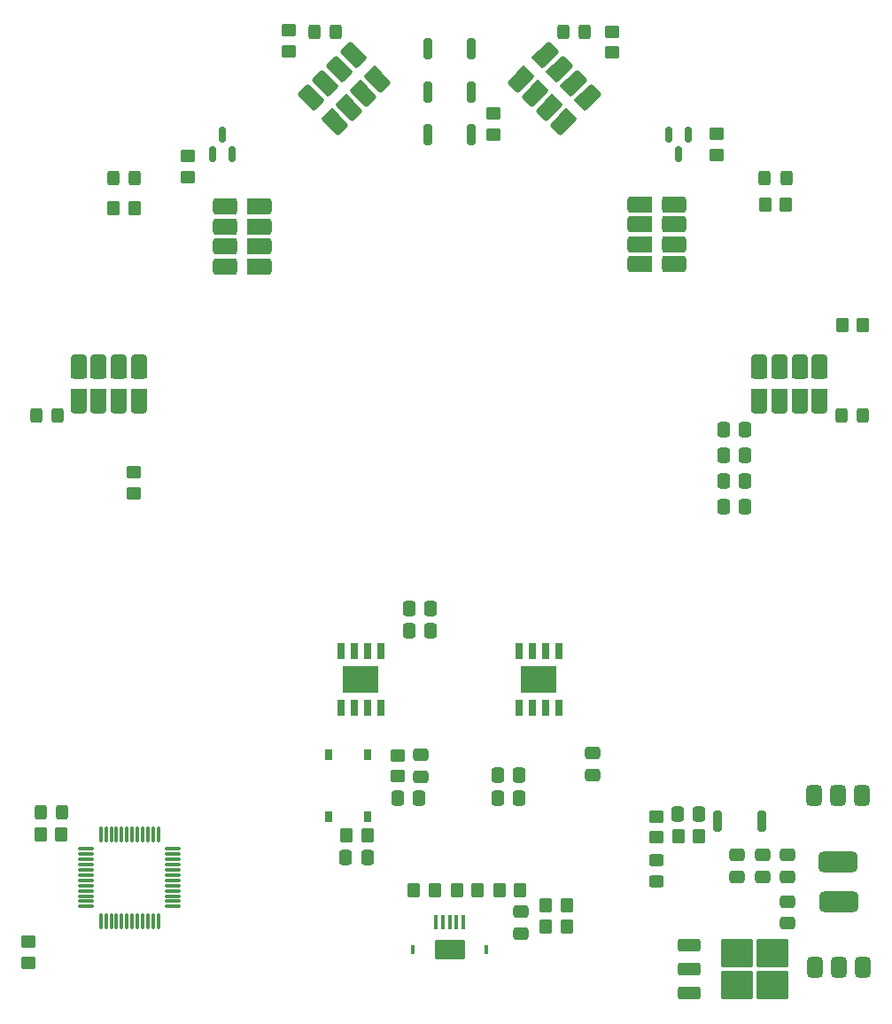
<source format=gbr>
%TF.GenerationSoftware,KiCad,Pcbnew,9.0.5*%
%TF.CreationDate,2025-10-14T17:43:45-03:00*%
%TF.ProjectId,RvMeg_V2,52764d65-675f-4563-922e-6b696361645f,V2.0*%
%TF.SameCoordinates,Original*%
%TF.FileFunction,Paste,Top*%
%TF.FilePolarity,Positive*%
%FSLAX46Y46*%
G04 Gerber Fmt 4.6, Leading zero omitted, Abs format (unit mm)*
G04 Created by KiCad (PCBNEW 9.0.5) date 2025-10-14 17:43:45*
%MOMM*%
%LPD*%
G01*
G04 APERTURE LIST*
G04 Aperture macros list*
%AMRoundRect*
0 Rectangle with rounded corners*
0 $1 Rounding radius*
0 $2 $3 $4 $5 $6 $7 $8 $9 X,Y pos of 4 corners*
0 Add a 4 corners polygon primitive as box body*
4,1,4,$2,$3,$4,$5,$6,$7,$8,$9,$2,$3,0*
0 Add four circle primitives for the rounded corners*
1,1,$1+$1,$2,$3*
1,1,$1+$1,$4,$5*
1,1,$1+$1,$6,$7*
1,1,$1+$1,$8,$9*
0 Add four rect primitives between the rounded corners*
20,1,$1+$1,$2,$3,$4,$5,0*
20,1,$1+$1,$4,$5,$6,$7,0*
20,1,$1+$1,$6,$7,$8,$9,0*
20,1,$1+$1,$8,$9,$2,$3,0*%
%AMRotRect*
0 Rectangle, with rotation*
0 The origin of the aperture is its center*
0 $1 length*
0 $2 width*
0 $3 Rotation angle, in degrees counterclockwise*
0 Add horizontal line*
21,1,$1,$2,0,0,$3*%
G04 Aperture macros list end*
%ADD10RoundRect,0.250000X-1.200000X-0.700000X1.200000X-0.700000X1.200000X0.700000X-1.200000X0.700000X0*%
%ADD11RoundRect,0.100000X-0.100000X-0.575000X0.100000X-0.575000X0.100000X0.575000X-0.100000X0.575000X0*%
%ADD12R,0.300000X0.850000*%
%ADD13R,0.750000X1.000000*%
%ADD14RoundRect,0.200000X0.200000X0.800000X-0.200000X0.800000X-0.200000X-0.800000X0.200000X-0.800000X0*%
%ADD15RoundRect,0.150000X0.150000X-0.587500X0.150000X0.587500X-0.150000X0.587500X-0.150000X-0.587500X0*%
%ADD16RoundRect,0.250000X0.350000X0.450000X-0.350000X0.450000X-0.350000X-0.450000X0.350000X-0.450000X0*%
%ADD17RoundRect,0.250000X0.337500X0.475000X-0.337500X0.475000X-0.337500X-0.475000X0.337500X-0.475000X0*%
%ADD18RoundRect,0.250000X-0.337500X-0.475000X0.337500X-0.475000X0.337500X0.475000X-0.337500X0.475000X0*%
%ADD19RoundRect,0.250000X0.450000X-0.350000X0.450000X0.350000X-0.450000X0.350000X-0.450000X-0.350000X0*%
%ADD20RoundRect,0.250000X-0.325000X-0.450000X0.325000X-0.450000X0.325000X0.450000X-0.325000X0.450000X0*%
%ADD21RoundRect,0.250000X0.475000X-0.337500X0.475000X0.337500X-0.475000X0.337500X-0.475000X-0.337500X0*%
%ADD22R,0.700000X1.525000*%
%ADD23R,3.450000X2.560000*%
%ADD24RoundRect,0.250000X-0.450000X0.350000X-0.450000X-0.350000X0.450000X-0.350000X0.450000X0.350000X0*%
%ADD25RoundRect,0.250000X0.325000X0.450000X-0.325000X0.450000X-0.325000X-0.450000X0.325000X-0.450000X0*%
%ADD26R,1.000000X1.500000*%
%ADD27RoundRect,0.250000X-0.900000X-0.500000X0.900000X-0.500000X0.900000X0.500000X-0.900000X0.500000X0*%
%ADD28RoundRect,0.375000X0.375000X-0.625000X0.375000X0.625000X-0.375000X0.625000X-0.375000X-0.625000X0*%
%ADD29RoundRect,0.500000X1.400000X-0.500000X1.400000X0.500000X-1.400000X0.500000X-1.400000X-0.500000X0*%
%ADD30RoundRect,0.150000X-0.150000X0.587500X-0.150000X-0.587500X0.150000X-0.587500X0.150000X0.587500X0*%
%ADD31RoundRect,0.250000X-0.475000X0.337500X-0.475000X-0.337500X0.475000X-0.337500X0.475000X0.337500X0*%
%ADD32RoundRect,0.250000X0.450000X-0.325000X0.450000X0.325000X-0.450000X0.325000X-0.450000X-0.325000X0*%
%ADD33RoundRect,0.250000X-0.850000X-0.350000X0.850000X-0.350000X0.850000X0.350000X-0.850000X0.350000X0*%
%ADD34RoundRect,0.250000X-1.275000X-1.125000X1.275000X-1.125000X1.275000X1.125000X-1.275000X1.125000X0*%
%ADD35RoundRect,0.250000X0.900000X0.500000X-0.900000X0.500000X-0.900000X-0.500000X0.900000X-0.500000X0*%
%ADD36RoundRect,0.075000X-0.662500X-0.075000X0.662500X-0.075000X0.662500X0.075000X-0.662500X0.075000X0*%
%ADD37RoundRect,0.075000X-0.075000X-0.662500X0.075000X-0.662500X0.075000X0.662500X-0.075000X0.662500X0*%
%ADD38RotRect,1.000000X1.500000X315.000000*%
%ADD39RoundRect,0.250000X-0.989949X0.282843X0.282843X-0.989949X0.989949X-0.282843X-0.282843X0.989949X0*%
%ADD40R,1.500000X1.000000*%
%ADD41RoundRect,0.250000X-0.500000X0.900000X-0.500000X-0.900000X0.500000X-0.900000X0.500000X0.900000X0*%
%ADD42RoundRect,0.375000X-0.375000X0.625000X-0.375000X-0.625000X0.375000X-0.625000X0.375000X0.625000X0*%
%ADD43RoundRect,0.500000X-1.400000X0.500000X-1.400000X-0.500000X1.400000X-0.500000X1.400000X0.500000X0*%
%ADD44RotRect,1.000000X1.500000X225.000000*%
%ADD45RoundRect,0.250000X0.282843X0.989949X-0.989949X-0.282843X-0.282843X-0.989949X0.989949X0.282843X0*%
G04 APERTURE END LIST*
D10*
%TO.C,J1*%
X148395000Y-136675000D03*
D11*
X147095000Y-134000000D03*
X147745000Y-134000000D03*
X148395000Y-134000000D03*
X149045000Y-134000000D03*
X149695000Y-134000000D03*
D12*
X151895000Y-136675000D03*
X144895000Y-136675000D03*
%TD*%
D13*
%TO.C,RESET*%
X140550000Y-117975000D03*
X140550000Y-123975000D03*
X136800000Y-117975000D03*
X136800000Y-123975000D03*
%TD*%
D14*
%TO.C,START*%
X174000000Y-124350000D03*
X178200000Y-124350000D03*
%TD*%
D15*
%TO.C,Q2*%
X125737500Y-60637500D03*
X127637500Y-60637500D03*
X126687500Y-58762500D03*
%TD*%
D16*
%TO.C,R9*%
X151075000Y-130950000D03*
X149075000Y-130950000D03*
%TD*%
D17*
%TO.C,C10*%
X176637500Y-86950000D03*
X174562500Y-86950000D03*
%TD*%
D16*
%TO.C,R16*%
X172250000Y-125800000D03*
X170250000Y-125800000D03*
%TD*%
D18*
%TO.C,C15*%
X144512500Y-106200000D03*
X146587500Y-106200000D03*
%TD*%
D19*
%TO.C,R1*%
X143425000Y-120062500D03*
X143425000Y-118062500D03*
%TD*%
D16*
%TO.C,R7*%
X111300000Y-125650000D03*
X109300000Y-125650000D03*
%TD*%
D20*
%TO.C,D4*%
X116227846Y-62920268D03*
X118277846Y-62920268D03*
%TD*%
D18*
%TO.C,C26*%
X170175000Y-123650000D03*
X172250000Y-123650000D03*
%TD*%
D21*
%TO.C,C22*%
X155200000Y-135112500D03*
X155200000Y-133037500D03*
%TD*%
%TO.C,C1*%
X145600000Y-120125000D03*
X145600000Y-118050000D03*
%TD*%
D22*
%TO.C,U4*%
X137995000Y-113537000D03*
X139265000Y-113537000D03*
X140535000Y-113537000D03*
X141805000Y-113537000D03*
X141805000Y-108113000D03*
X140535000Y-108113000D03*
X139265000Y-108113000D03*
X137995000Y-108113000D03*
D23*
X139900000Y-110825000D03*
%TD*%
D18*
%TO.C,C9*%
X144512500Y-104050000D03*
X146587500Y-104050000D03*
%TD*%
D24*
%TO.C,R20*%
X133000000Y-48800000D03*
X133000000Y-50800000D03*
%TD*%
D17*
%TO.C,C2*%
X145487500Y-122187500D03*
X143412500Y-122187500D03*
%TD*%
D25*
%TO.C,D2*%
X111325000Y-123500000D03*
X109275000Y-123500000D03*
%TD*%
D26*
%TO.C,J4*%
X127539999Y-65624997D03*
D27*
X126889999Y-65624997D03*
X130209999Y-65624999D03*
D26*
X129559999Y-65624999D03*
X127539999Y-67541663D03*
D27*
X126889998Y-67541664D03*
X130209999Y-67541665D03*
D26*
X129560000Y-67541665D03*
X127539999Y-69458328D03*
D27*
X126890001Y-69458329D03*
X130209999Y-69458330D03*
D26*
X129560000Y-69458330D03*
X127539999Y-71374998D03*
D27*
X126890000Y-71374998D03*
X130209998Y-71374999D03*
D26*
X129560000Y-71375000D03*
%TD*%
D22*
%TO.C,U5*%
X154995000Y-113537000D03*
X156265000Y-113537000D03*
X157535000Y-113537000D03*
X158805000Y-113537000D03*
X158805000Y-108113000D03*
X157535000Y-108113000D03*
X156265000Y-108113000D03*
X154995000Y-108113000D03*
D23*
X156900000Y-110825000D03*
%TD*%
D20*
%TO.C,D8*%
X185875000Y-85550000D03*
X187925000Y-85550000D03*
%TD*%
D21*
%TO.C,C5*%
X162050000Y-119925000D03*
X162050000Y-117850000D03*
%TD*%
D28*
%TO.C,U2*%
X183275000Y-138375000D03*
X185575000Y-138375000D03*
D29*
X185575000Y-132075000D03*
D28*
X187875000Y-138375000D03*
%TD*%
D17*
%TO.C,C12*%
X176637500Y-89416667D03*
X174562500Y-89416667D03*
%TD*%
D24*
%TO.C,R18*%
X118200000Y-91000000D03*
X118200000Y-93000000D03*
%TD*%
D21*
%TO.C,C16*%
X180700000Y-129687500D03*
X180700000Y-127612500D03*
%TD*%
D20*
%TO.C,D6*%
X159272155Y-48934324D03*
X161322155Y-48934324D03*
%TD*%
D21*
%TO.C,C14*%
X175900000Y-129687500D03*
X175900000Y-127612500D03*
%TD*%
D30*
%TO.C,Q3*%
X171237500Y-58762500D03*
X169337500Y-58762500D03*
X170287500Y-60637500D03*
%TD*%
D31*
%TO.C,C13*%
X180700000Y-132062500D03*
X180700000Y-134137500D03*
%TD*%
D32*
%TO.C,D1*%
X168150000Y-130125000D03*
X168150000Y-128075000D03*
%TD*%
D33*
%TO.C,Q1*%
X171250000Y-136242500D03*
X171250000Y-138522500D03*
D34*
X175875000Y-136997500D03*
X175875000Y-140047500D03*
X179225000Y-136997500D03*
X179225000Y-140047500D03*
D33*
X171250000Y-140802500D03*
%TD*%
D24*
%TO.C,R2*%
X108150000Y-135900000D03*
X108150000Y-137900000D03*
%TD*%
D26*
%TO.C,J9*%
X169235000Y-71150002D03*
D35*
X169885000Y-71150002D03*
X166565000Y-71150000D03*
D26*
X167215000Y-71150000D03*
X169235000Y-69233336D03*
D35*
X169885001Y-69233335D03*
X166565000Y-69233334D03*
D26*
X167214999Y-69233334D03*
X169235000Y-67316671D03*
D35*
X169884998Y-67316670D03*
X166565000Y-67316669D03*
D26*
X167214999Y-67316669D03*
X169235000Y-65400001D03*
D35*
X169884999Y-65400001D03*
X166565001Y-65400000D03*
D26*
X167214999Y-65399999D03*
%TD*%
D16*
%TO.C,R5*%
X159575000Y-134400000D03*
X157575000Y-134400000D03*
%TD*%
D20*
%TO.C,D3*%
X108875000Y-85552500D03*
X110925000Y-85552500D03*
%TD*%
D24*
%TO.C,R22*%
X163900000Y-48900000D03*
X163900000Y-50900000D03*
%TD*%
%TO.C,R4*%
X168150000Y-123900000D03*
X168150000Y-125900000D03*
%TD*%
D17*
%TO.C,C23*%
X155062500Y-120000000D03*
X152987500Y-120000000D03*
%TD*%
D14*
%TO.C,B3*%
X150500000Y-50550000D03*
X146300000Y-50550000D03*
%TD*%
D16*
%TO.C,R23*%
X180550000Y-65400000D03*
X178550000Y-65400000D03*
%TD*%
%TO.C,R8*%
X147000000Y-130950000D03*
X145000000Y-130950000D03*
%TD*%
D36*
%TO.C,U1*%
X113637500Y-127025000D03*
X113637500Y-127525000D03*
X113637500Y-128025000D03*
X113637500Y-128525000D03*
X113637500Y-129025000D03*
X113637500Y-129525000D03*
X113637500Y-130025000D03*
X113637500Y-130525000D03*
X113637500Y-131025000D03*
X113637500Y-131525000D03*
X113637500Y-132025000D03*
X113637500Y-132525000D03*
D37*
X115050000Y-133937500D03*
X115550000Y-133937500D03*
X116050000Y-133937500D03*
X116550000Y-133937500D03*
X117050000Y-133937500D03*
X117550000Y-133937500D03*
X118050000Y-133937500D03*
X118550000Y-133937500D03*
X119050000Y-133937500D03*
X119550000Y-133937500D03*
X120050000Y-133937500D03*
X120550000Y-133937500D03*
D36*
X121962500Y-132525000D03*
X121962500Y-132025000D03*
X121962500Y-131525000D03*
X121962500Y-131025000D03*
X121962500Y-130525000D03*
X121962500Y-130025000D03*
X121962500Y-129525000D03*
X121962500Y-129025000D03*
X121962500Y-128525000D03*
X121962500Y-128025000D03*
X121962500Y-127525000D03*
X121962500Y-127025000D03*
D37*
X120550000Y-125612500D03*
X120050000Y-125612500D03*
X119550000Y-125612500D03*
X119050000Y-125612500D03*
X118550000Y-125612500D03*
X118050000Y-125612500D03*
X117550000Y-125612500D03*
X117050000Y-125612500D03*
X116550000Y-125612500D03*
X116050000Y-125612500D03*
X115550000Y-125612500D03*
X115050000Y-125612500D03*
%TD*%
D38*
%TO.C,J6*%
X139630367Y-51591276D03*
D39*
X139170748Y-51131656D03*
X141518341Y-53479252D03*
D38*
X141058721Y-53019633D03*
X138275080Y-52946563D03*
D39*
X137815459Y-52486944D03*
X140163053Y-54834540D03*
D38*
X139703435Y-54374921D03*
X136919793Y-54301850D03*
D39*
X136460174Y-53842233D03*
X138807767Y-56189827D03*
D38*
X138348148Y-55730208D03*
X135564503Y-55657140D03*
D39*
X135104884Y-55197522D03*
X137452476Y-57545115D03*
D38*
X136992858Y-57085498D03*
%TD*%
D18*
%TO.C,C3*%
X138462500Y-127850000D03*
X140537500Y-127850000D03*
%TD*%
D40*
%TO.C,J8*%
X183750002Y-81565001D03*
D41*
X183750002Y-80915001D03*
X183750000Y-84235001D03*
D40*
X183750000Y-83585001D03*
X181833336Y-81565001D03*
D41*
X181833335Y-80915000D03*
X181833334Y-84235001D03*
D40*
X181833334Y-83585002D03*
X179916671Y-81565001D03*
D41*
X179916670Y-80915003D03*
X179916669Y-84235001D03*
D40*
X179916669Y-83585002D03*
X178000001Y-81565001D03*
D41*
X178000001Y-80915002D03*
X178000000Y-84235000D03*
D40*
X177999999Y-83585002D03*
%TD*%
D16*
%TO.C,R6*%
X159575000Y-132375000D03*
X157575000Y-132375000D03*
%TD*%
D19*
%TO.C,R21*%
X173950000Y-60700000D03*
X173950000Y-58700000D03*
%TD*%
D20*
%TO.C,D7*%
X178522155Y-62920268D03*
X180572155Y-62920268D03*
%TD*%
D17*
%TO.C,C24*%
X155062500Y-122175000D03*
X152987500Y-122175000D03*
%TD*%
D16*
%TO.C,R3*%
X140525000Y-125750000D03*
X138525000Y-125750000D03*
%TD*%
%TO.C,R19*%
X118250000Y-65800000D03*
X116250000Y-65800000D03*
%TD*%
D25*
%TO.C,D5*%
X137527846Y-48934324D03*
X135477846Y-48934324D03*
%TD*%
D14*
%TO.C,B1*%
X150500000Y-58750000D03*
X146300000Y-58750000D03*
%TD*%
D19*
%TO.C,R17*%
X123350000Y-62800000D03*
X123350000Y-60800000D03*
%TD*%
D17*
%TO.C,C11*%
X176637500Y-94350000D03*
X174562500Y-94350000D03*
%TD*%
%TO.C,C7*%
X176637500Y-91883333D03*
X174562500Y-91883333D03*
%TD*%
D14*
%TO.C,B2*%
X150500000Y-54650000D03*
X146300000Y-54650000D03*
%TD*%
D16*
%TO.C,R10*%
X155150000Y-130950000D03*
X153150000Y-130950000D03*
%TD*%
D42*
%TO.C,U3*%
X187800000Y-121925000D03*
X185500000Y-121925000D03*
D43*
X185500000Y-128225000D03*
D42*
X183200000Y-121925000D03*
%TD*%
D44*
%TO.C,J7*%
X161158645Y-55657139D03*
D45*
X161618265Y-55197520D03*
X159270669Y-57545113D03*
D44*
X159730288Y-57085493D03*
X159803358Y-54301852D03*
D45*
X160262977Y-53842231D03*
X157915381Y-56189825D03*
D44*
X158375000Y-55730207D03*
X158448071Y-52946565D03*
D45*
X158907688Y-52486946D03*
X156560094Y-54834539D03*
D44*
X157019713Y-54374920D03*
X157092781Y-51591275D03*
D45*
X157552399Y-51131656D03*
X155204806Y-53479248D03*
D44*
X155664423Y-53019630D03*
%TD*%
D24*
%TO.C,R15*%
X152550000Y-56750000D03*
X152550000Y-58750000D03*
%TD*%
D16*
%TO.C,R24*%
X187900000Y-76950000D03*
X185900000Y-76950000D03*
%TD*%
D21*
%TO.C,C17*%
X178300000Y-129687500D03*
X178300000Y-127612500D03*
%TD*%
D40*
%TO.C,J5*%
X118675003Y-81539999D03*
D41*
X118675003Y-80889999D03*
X118675001Y-84209999D03*
D40*
X118675001Y-83559999D03*
X116758337Y-81539999D03*
D41*
X116758336Y-80889998D03*
X116758335Y-84209999D03*
D40*
X116758335Y-83560000D03*
X114841672Y-81539999D03*
D41*
X114841671Y-80890001D03*
X114841670Y-84209999D03*
D40*
X114841670Y-83560000D03*
X112925002Y-81539999D03*
D41*
X112925002Y-80890000D03*
X112925001Y-84209998D03*
D40*
X112925000Y-83560000D03*
%TD*%
M02*

</source>
